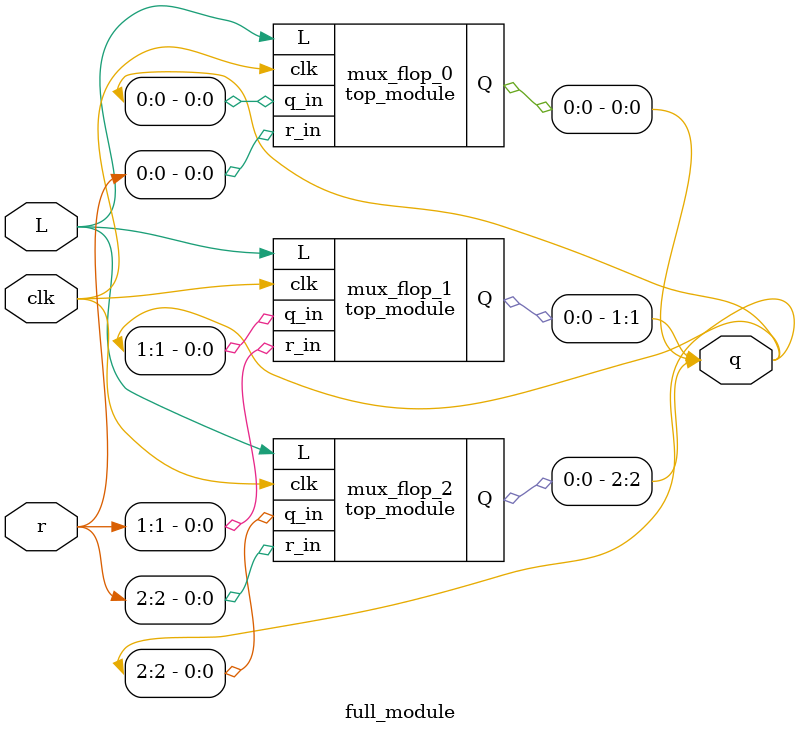
<source format=sv>
module top_module(
    input clk,
    input L,
    input q_in,
    input r_in,
    output reg Q
);

    always @(posedge clk) begin
        if (L) begin
            Q <= r_in;
        end else begin
            Q <= q_in;
        end
    end

endmodule
module full_module (
    input [2:0] r,
    input L,
    input clk,
    output reg [2:0] q
);

    top_module mux_flop_0 (
        .clk(clk),
        .L(L),
        .q_in(q[0]),
        .r_in(r[0]),
        .Q(q[0])
    );

    top_module mux_flop_1 (
        .clk(clk),
        .L(L),
        .q_in(q[1]),
        .r_in(r[1]),
        .Q(q[1])
    );

    top_module mux_flop_2 (
        .clk(clk),
        .L(L),
        .q_in({q[1] ^ q[2], q[0], q[2]}),
        .r_in(r[2]),
        .Q(q[2])
    );

endmodule

</source>
